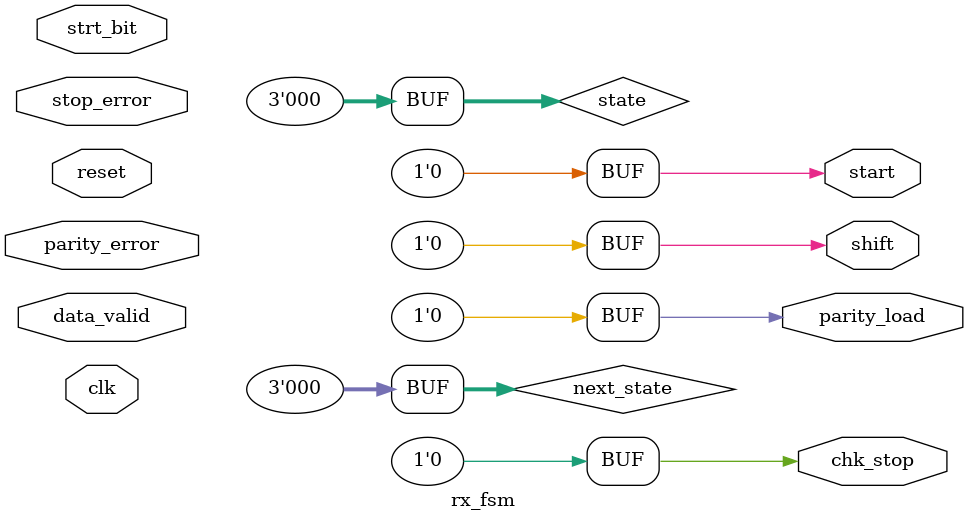
<source format=v>
`timescale 1ps / 1ps

module rx_fsm(
    input  clk,
    input  reset,
    input  strt_bit,
    input  data_valid,
    input parity_error,
    input stop_error,
    output reg start,              // indicates if we have to check for start bit
    output reg shift,          // one-cycle shift pulse
    output reg parity_load,   // one-cycle parity check
    output reg chk_stop       // one-cycle stop check
);

    // control lines
    reg [2:0] state, next_state;

    // FSM states
    localparam IDLE   = 3'b000;
    localparam DATA   = 3'b001;
    localparam PARITY = 3'b010;
    localparam STOP   = 3'b011;

    // ---------------- STATE REGISTER ----------------
    always @(posedge clk or posedge reset) begin
        if (reset)
            state <= IDLE;
        else
            state <= next_state;
    end

    // ---------------- FSM COMBINATIONAL ----------------
    always @(*) begin
        start=0;
        parity_load = 0;
        chk_stop = 0;
        shift = 0;
        
        case (state)
            IDLE: begin
                start=1;
                chk_stop = 0;
                parity_load = 0;
                shift = 0;
                if (strt_bit)
                begin
                    next_state = DATA;
                    start <=0;
                end
                else
                    next_state = IDLE;
            end

            DATA: begin
                start=0;
                parity_load = 0;
                shift = 1'b1;              // pulse once per clock
                chk_stop = 0;
                if (data_valid == 1'b1)   // EXACTLY 8 bits but at receiver frequency
                 begin   
                    shift = 1'b0;
                    next_state = PARITY;
                 end
            end

            PARITY: begin
                shift        = 1'b0; 
                start        = 1'b0;
                parity_load  = 1'b1; 
                chk_stop     = 1'b0; 
                if(parity_error == 1)
                begin
                    next_state   = IDLE;
                end
                else if (parity_error == 0)
                begin
                    next_state = STOP;
                end
            end

            STOP: begin
                shift      = 1'b0;
                start      = 1'b0;
                parity_load = 1'b0;
                chk_stop   = 1'b1; 
                if(stop_error == 1)
                begin
                    next_state   = IDLE;
                end
                else if (stop_error == 0)
                begin
                    $display("successful receiving");
                    next_state   = IDLE;
                end
            end

            default: 
            begin
                start        = 1'b0;
                next_state   = IDLE;
                state        = IDLE;
                shift        = 1'b0;
                parity_load = 1'b0;
                chk_stop     = 1'b0;
            end
        endcase
    end

endmodule

</source>
